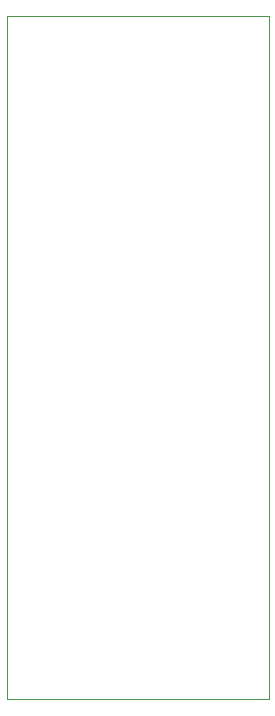
<source format=gbr>
G04 #@! TF.GenerationSoftware,KiCad,Pcbnew,(5.0.2)-1*
G04 #@! TF.CreationDate,2019-01-05T13:40:23-06:00*
G04 #@! TF.ProjectId,controller,636f6e74-726f-46c6-9c65-722e6b696361,rev?*
G04 #@! TF.SameCoordinates,Original*
G04 #@! TF.FileFunction,Profile,NP*
%FSLAX46Y46*%
G04 Gerber Fmt 4.6, Leading zero omitted, Abs format (unit mm)*
G04 Created by KiCad (PCBNEW (5.0.2)-1) date 1/5/2019 1:40:23 PM*
%MOMM*%
%LPD*%
G01*
G04 APERTURE LIST*
%ADD10C,0.001000*%
G04 APERTURE END LIST*
D10*
X125095000Y-52705000D02*
X125095000Y-110490000D01*
X147320000Y-52705000D02*
X147320000Y-110490000D01*
X147320000Y-52705000D02*
X125095000Y-52705000D01*
X125095000Y-110490000D02*
X147320000Y-110490000D01*
M02*

</source>
